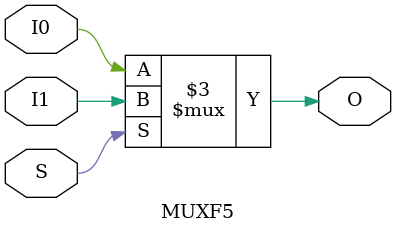
<source format=v>


`timescale  1 ps / 1 ps

module MUXF5 (O, I0, I1, S);

    output O;
    reg    O;

    input  I0, I1, S;

	always @(I0 or I1 or S)
	    if (S)
		O = I1;
	    else
		O = I0;
endmodule


</source>
